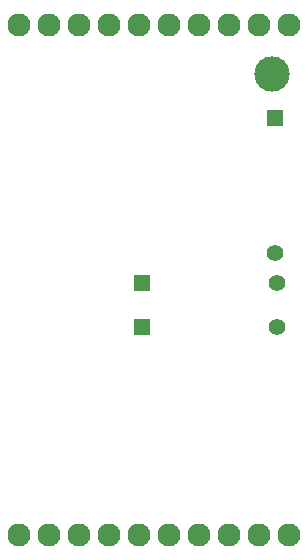
<source format=gbr>
%TF.GenerationSoftware,KiCad,Pcbnew,8.0.8*%
%TF.CreationDate,2025-02-16T23:43:51-05:00*%
%TF.ProjectId,Precharge Module V2.1,50726563-6861-4726-9765-204d6f64756c,rev?*%
%TF.SameCoordinates,Original*%
%TF.FileFunction,Soldermask,Bot*%
%TF.FilePolarity,Negative*%
%FSLAX46Y46*%
G04 Gerber Fmt 4.6, Leading zero omitted, Abs format (unit mm)*
G04 Created by KiCad (PCBNEW 8.0.8) date 2025-02-16 23:43:51*
%MOMM*%
%LPD*%
G01*
G04 APERTURE LIST*
%ADD10R,1.397000X1.397000*%
%ADD11C,1.397000*%
%ADD12C,3.000000*%
%ADD13C,1.954000*%
G04 APERTURE END LIST*
D10*
%TO.C,R6*%
X61250000Y-51000000D03*
D11*
X72680000Y-51000000D03*
%TD*%
D12*
%TO.C,PC COIL -*%
X72250000Y-29500000D03*
%TD*%
D10*
%TO.C,R8*%
X61250000Y-47250000D03*
D11*
X72680000Y-47250000D03*
%TD*%
D10*
%TO.C,R7*%
X72500000Y-33285000D03*
D11*
X72500000Y-44715000D03*
%TD*%
D13*
%TO.C,J2*%
X50800000Y-68580000D03*
X53340000Y-68580000D03*
X55880000Y-68580000D03*
X58420000Y-68580000D03*
X60960000Y-68580000D03*
X63500000Y-68580000D03*
X66040000Y-68580000D03*
X68580000Y-68580000D03*
X71120000Y-68580000D03*
X73660000Y-68580000D03*
%TD*%
%TO.C,J1*%
X50800000Y-25400000D03*
X53340000Y-25400000D03*
X55880000Y-25400000D03*
X58420000Y-25400000D03*
X60960000Y-25400000D03*
X63500000Y-25400000D03*
X66040000Y-25400000D03*
X68580000Y-25400000D03*
X71120000Y-25400000D03*
X73660000Y-25400000D03*
%TD*%
M02*

</source>
